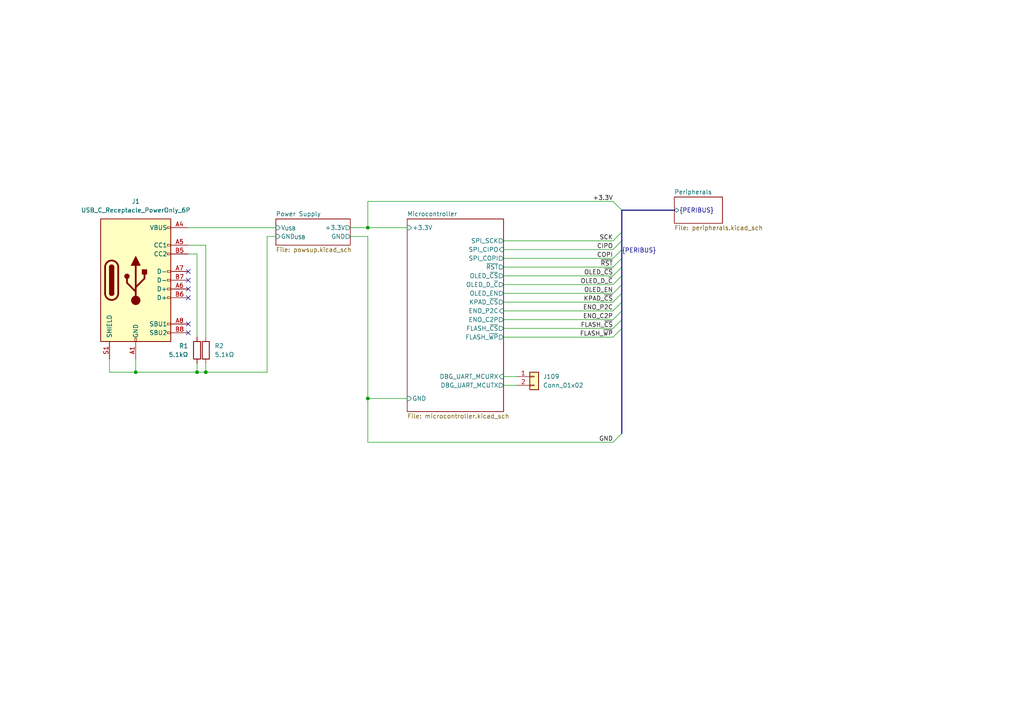
<source format=kicad_sch>
(kicad_sch (version 20230121) (generator eeschema)
  (paper "A4")
  (lib_symbols
    (symbol "Connector:USB_C_Receptacle_USB2.0" (pin_names (offset 1.016))
      (property "Reference" "J" (at -10.16 19.05 0))
      (property "Value" "USB_C_Receptacle_USB2.0" (at 19.05 19.05 0))
      (symbol "USB_C_Receptacle_USB2.0_0_0"
        (rectangle (start -0.254 -17.78) (end 0.254 -16.764))
        (rectangle (start 10.16 -14.986) (end 9.144 -15.494))
        (rectangle (start 10.16 -12.446) (end 9.144 -12.954))
        (rectangle (start 10.16 -4.826) (end 9.144 -5.334))
        (rectangle (start 10.16 -2.286) (end 9.144 -2.794))
        (rectangle (start 10.16 0.254) (end 9.144 -0.254))
        (rectangle (start 10.16 2.794) (end 9.144 2.286))
        (rectangle (start 10.16 7.874) (end 9.144 7.366))
        (rectangle (start 10.16 10.414) (end 9.144 9.906))
        (rectangle (start 10.16 15.494) (end 9.144 14.986))
      )
      (symbol "USB_C_Receptacle_USB2.0_0_1"
        (rectangle (start -10.16 17.78) (end 10.16 -17.78) (stroke (width 0.254)) (fill (type background)))
        (arc (start -8.89 -3.81) (mid -6.985 -5.7067) (end -5.08 -3.81) (stroke (width 0.508)))
        (arc (start -7.62 -3.81) (mid -6.985 -4.4423) (end -6.35 -3.81) (stroke (width 0.254)))
        (arc (start -7.62 -3.81) (mid -6.985 -4.4423) (end -6.35 -3.81) (stroke (width 0.254)) (fill (type outline)))
        (rectangle (start -7.62 -3.81) (end -6.35 3.81) (stroke (width 0.254)) (fill (type outline)))
        (arc (start -6.35 3.81) (mid -6.985 4.4423) (end -7.62 3.81) (stroke (width 0.254)))
        (arc (start -6.35 3.81) (mid -6.985 4.4423) (end -7.62 3.81) (stroke (width 0.254)) (fill (type outline)))
        (arc (start -5.08 3.81) (mid -6.985 5.7067) (end -8.89 3.81) (stroke (width 0.508)))
        (circle (center -2.54 1.143) (radius 0.635) (stroke (width 0.254)) (fill (type outline)))
        (circle (center 0 -5.842) (radius 1.27) (fill (type outline)))
        (polyline (pts (xy -8.89 -3.81) (xy -8.89 3.81)) (stroke (width 0.508)))
        (polyline (pts (xy -5.08 3.81) (xy -5.08 -3.81)) (stroke (width 0.508)))
        (polyline (pts (xy 0 -5.842) (xy 0 4.318)) (stroke (width 0.508)))
        (polyline (pts (xy 0 -3.302) (xy -2.54 -0.762) (xy -2.54 0.508)) (stroke (width 0.508)))
        (polyline (pts (xy 0 -2.032) (xy 2.54 0.508) (xy 2.54 1.778)) (stroke (width 0.508)))
        (polyline (pts (xy -1.27 4.318) (xy 0 6.858) (xy 1.27 4.318) (xy -1.27 4.318)) (stroke (width 0.254)) (fill (type outline)))
        (rectangle (start 1.905 1.778) (end 3.175 3.048) (stroke (width 0.254)) (fill (type outline)))
      )
      (symbol "USB_C_Receptacle_USB2.0_1_1"
        (pin passive line (at 0 -22.86 90) (length 5.08) (name "GND") (number "A1"))
        (pin passive line (at 0 -22.86 90) (length 5.08) hide (name "GND") (number "A12"))
        (pin passive line (at 15.24 15.24 180) (length 5.08) (name "VBUS") (number "A4"))
        (pin bidirectional line (at 15.24 10.16 180) (length 5.08) (name "CC1") (number "A5"))
        (pin bidirectional line (at 15.24 -2.54 180) (length 5.08) (name "D+") (number "A6"))
        (pin bidirectional line (at 15.24 2.54 180) (length 5.08) (name "D-") (number "A7"))
        (pin bidirectional line (at 15.24 -12.7 180) (length 5.08) (name "SBU1") (number "A8"))
        (pin passive line (at 15.24 15.24 180) (length 5.08) hide (name "VBUS") (number "A9"))
        (pin passive line (at 0 -22.86 90) (length 5.08) hide (name "GND") (number "B1"))
        (pin passive line (at 0 -22.86 90) (length 5.08) hide (name "GND") (number "B12"))
        (pin passive line (at 15.24 15.24 180) (length 5.08) hide (name "VBUS") (number "B4"))
        (pin bidirectional line (at 15.24 7.62 180) (length 5.08) (name "CC2") (number "B5"))
        (pin bidirectional line (at 15.24 -5.08 180) (length 5.08) (name "D+") (number "B6"))
        (pin bidirectional line (at 15.24 0 180) (length 5.08) (name "D-") (number "B7"))
        (pin bidirectional line (at 15.24 -15.24 180) (length 5.08) (name "SBU2") (number "B8"))
        (pin passive line (at 15.24 15.24 180) (length 5.08) hide (name "VBUS") (number "B9"))
        (pin passive line (at -7.62 -22.86 90) (length 5.08) (name "SHIELD") (number "S1"))
      )
    )
    (symbol "Connector_Generic:Conn_01x02" (pin_names (offset 1.016) hide)
      (property "Reference" "J" (at 0 2.54 0))
      (property "Value" "Conn_01x02" (at 0 -5.08 0))
      (symbol "Conn_01x02_1_1"
        (rectangle (start -1.27 -2.413) (end 0 -2.667) (stroke (width 0.1524)))
        (rectangle (start -1.27 0.127) (end 0 -0.127) (stroke (width 0.1524)))
        (rectangle (start -1.27 1.27) (end 1.27 -3.81) (stroke (width 0.254)) (fill (type background)))
        (pin passive line (at -5.08 0 0) (length 3.81) (name "Pin_1") (number "1"))
        (pin passive line (at -5.08 -2.54 0) (length 3.81) (name "Pin_2") (number "2"))
      )
    )
    (symbol "Device:R" (pin_numbers hide) (pin_names (offset 0))
      (property "Reference" "R" (at 2.032 0 90))
      (property "Value" "R" (at 0 0 90))
      (symbol "R_0_1"
        (rectangle (start -1.016 -2.54) (end 1.016 2.54) (stroke (width 0.254)))
      )
      (symbol "R_1_1"
        (pin passive line (at 0 3.81 270) (length 1.27) (name "~") (number "1"))
        (pin passive line (at 0 -3.81 90) (length 1.27) (name "~") (number "2"))
      )
    )
  )
  (junction (at 106.68 66.04))
  (junction (at 59.69 107.95))
  (junction (at 57.15 107.95))
  (junction (at 106.68 115.57))
  (junction (at 39.37 107.95))
  (no_connect (at 54.61 81.28))
  (no_connect (at 54.61 93.98))
  (no_connect (at 54.61 78.74))
  (no_connect (at 54.61 96.52))
  (no_connect (at 54.61 83.82))
  (no_connect (at 54.61 86.36))
  (bus_entry (at 180.34 77.47) (size -2.54 2.54))
  (bus_entry (at 180.34 80.01) (size -2.54 2.54))
  (bus_entry (at 180.34 87.63) (size -2.54 2.54))
  (bus_entry (at 180.34 85.09) (size -2.54 2.54))
  (bus_entry (at 180.34 125.73) (size -2.54 2.54))
  (bus_entry (at 180.34 95.25) (size -2.54 2.54))
  (bus_entry (at 180.34 92.71) (size -2.54 2.54))
  (bus_entry (at 180.34 69.85) (size -2.54 2.54))
  (bus_entry (at 180.34 90.17) (size -2.54 2.54))
  (bus_entry (at 180.34 82.55) (size -2.54 2.54))
  (bus_entry (at 180.34 72.39) (size -2.54 2.54))
  (bus_entry (at 180.34 74.93) (size -2.54 2.54))
  (bus_entry (at 180.34 67.31) (size -2.54 2.54))
  (bus_entry (at 180.34 60.96) (size -2.54 -2.54))
  (wire (pts (xy 54.61 66.04) (xy 80.01 66.04)))
  (wire (pts (xy 146.05 95.25) (xy 177.8 95.25)))
  (wire (pts (xy 57.15 73.66) (xy 57.15 97.79)))
  (wire (pts (xy 106.68 58.42) (xy 177.8 58.42)))
  (bus (pts (xy 195.58 60.96) (xy 180.34 60.96)))
  (bus (pts (xy 180.34 90.17) (xy 180.34 92.71)))
  (wire (pts (xy 106.68 115.57) (xy 118.11 115.57)))
  (wire (pts (xy 106.68 66.04) (xy 118.11 66.04)))
  (wire (pts (xy 146.05 80.01) (xy 177.8 80.01)))
  (bus (pts (xy 180.34 85.09) (xy 180.34 87.63)))
  (wire (pts (xy 31.75 107.95) (xy 39.37 107.95)))
  (wire (pts (xy 146.05 87.63) (xy 177.8 87.63)))
  (wire (pts (xy 146.05 92.71) (xy 177.8 92.71)))
  (wire (pts (xy 146.05 82.55) (xy 177.8 82.55)))
  (bus (pts (xy 180.34 92.71) (xy 180.34 95.25)))
  (bus (pts (xy 180.34 74.93) (xy 180.34 77.47)))
  (wire (pts (xy 31.75 107.95) (xy 31.75 104.14)))
  (wire (pts (xy 146.05 85.09) (xy 177.8 85.09)))
  (wire (pts (xy 39.37 107.95) (xy 57.15 107.95)))
  (wire (pts (xy 54.61 73.66) (xy 57.15 73.66)))
  (wire (pts (xy 146.05 111.76) (xy 149.86 111.76)))
  (wire (pts (xy 106.68 128.27) (xy 177.8 128.27)))
  (wire (pts (xy 54.61 71.12) (xy 59.69 71.12)))
  (bus (pts (xy 180.34 60.96) (xy 180.34 67.31)))
  (wire (pts (xy 146.05 77.47) (xy 177.8 77.47)))
  (wire (pts (xy 146.05 90.17) (xy 177.8 90.17)))
  (wire (pts (xy 106.68 66.04) (xy 106.68 58.42)))
  (wire (pts (xy 106.68 68.58) (xy 106.68 115.57)))
  (wire (pts (xy 101.6 66.04) (xy 106.68 66.04)))
  (bus (pts (xy 180.34 80.01) (xy 180.34 82.55)))
  (wire (pts (xy 39.37 107.95) (xy 39.37 104.14)))
  (wire (pts (xy 77.47 68.58) (xy 80.01 68.58)))
  (wire (pts (xy 59.69 105.41) (xy 59.69 107.95)))
  (wire (pts (xy 77.47 107.95) (xy 77.47 68.58)))
  (bus (pts (xy 180.34 72.39) (xy 180.34 74.93)))
  (wire (pts (xy 146.05 69.85) (xy 177.8 69.85)))
  (wire (pts (xy 146.05 72.39) (xy 177.8 72.39)))
  (bus (pts (xy 180.34 69.85) (xy 180.34 72.39)))
  (wire (pts (xy 57.15 107.95) (xy 59.69 107.95)))
  (bus (pts (xy 180.34 95.25) (xy 180.34 125.73)))
  (wire (pts (xy 59.69 107.95) (xy 77.47 107.95)))
  (wire (pts (xy 146.05 109.22) (xy 149.86 109.22)))
  (bus (pts (xy 180.34 87.63) (xy 180.34 90.17)))
  (wire (pts (xy 101.6 68.58) (xy 106.68 68.58)))
  (bus (pts (xy 180.34 67.31) (xy 180.34 69.85)))
  (wire (pts (xy 59.69 71.12) (xy 59.69 97.79)))
  (wire (pts (xy 146.05 97.79) (xy 177.8 97.79)))
  (bus (pts (xy 180.34 77.47) (xy 180.34 80.01)))
  (wire (pts (xy 57.15 105.41) (xy 57.15 107.95)))
  (bus (pts (xy 180.34 82.55) (xy 180.34 85.09)))
  (wire (pts (xy 106.68 128.27) (xy 106.68 115.57)))
  (wire (pts (xy 146.05 74.93) (xy 177.8 74.93)))
  (label "OLED_~{CS}" (at 177.8 80.01 180))
  (label "~{RST}" (at 177.8 77.47 180))
  (label "CIPO" (at 177.8 72.39 180))
  (label "KPAD_~{CS}" (at 177.8 87.63 180))
  (label "GND" (at 177.8 128.27 180))
  (label "FLASH_~{WP}" (at 177.8 97.79 180))
  (label "+3.3V" (at 177.8 58.42 180))
  (label "OLED_EN" (at 177.8 85.09 180))
  (label "FLASH_~{CS}" (at 177.8 95.25 180))
  (label "COPI" (at 177.8 74.93 180))
  (label "OLED_D_~{C}" (at 177.8 82.55 180))
  (label "ENO_P2C" (at 177.8 90.17 180))
  (label "{PERIBUS}" (at 180.34 73.66 0))
  (label "SCK" (at 177.8 69.85 180))
  (label "ENO_C2P" (at 177.8 92.71 180))
  (symbol (lib_id "Connector:USB_C_Receptacle_USB2.0") (at 39.37 81.28 0) (unit 1)
    (property "Reference" "J1" (at 39.37 58.42 0))
    (property "Value" "USB_C_Receptacle_PowerOnly_6P" (at 39.37 60.96 0))
    (property "Footprint" "Connector_USB:USB_C_Receptacle_HRO_TYPE-C-31-M-12" (effects hide))
    (property "Datasheet" "https://www.usb.org/sites/default/files/documents/usb_type-c.zip" (effects hide))
  )
  (symbol (lib_id "Device:R") (at 59.69 101.6 0) (unit 1)
    (property "Reference" "R2" (at 62.23 100.33 0) (effects (justify left)))
    (property "Value" "5.1kΩ" (at 62.23 102.87 0) (effects (justify left)))
    (property "Footprint" "Resistor_SMD:R_0402_1005Metric" (effects hide))
  )
  (symbol (lib_id "Connector_Generic:Conn_01x02") (at 154.94 109.22 0) (unit 1)
    (property "Reference" "J109" (at 157.48 109.22 0) (effects (justify left)))
    (property "Value" "Conn_01x02" (at 157.48 111.76 0) (effects (justify left)))
    (property "Footprint" "Connector_PinHeader_2.54mm:PinHeader_1x02_P2.54mm_Vertical_SMD_Pin1Left" (effects hide))
  )
  (symbol (lib_id "Device:R") (at 57.15 101.6 0) (mirror y) (unit 1)
    (property "Reference" "R1" (at 54.61 100.33 0) (effects (justify left)))
    (property "Value" "5.1kΩ" (at 54.61 102.87 0) (effects (justify left)))
    (property "Footprint" "Resistor_SMD:R_0402_1005Metric" (effects hide))
  )
  (sheet (at 118.11 63.5) (size 27.94 55.88) (stroke (width 0.1524))
    (property "Sheetname" "Microcontroller" (at 118.11 62.7884 0) (effects (justify left bottom)))
    (property "Sheetfile" "microcontroller.kicad_sch" (at 118.11 119.9646 0) (effects (justify left top)))
    (pin "GND" input (at 118.11 115.57 180))
    (pin "+3.3V" input (at 118.11 66.04 180))
    (pin "OLED_~{CS}" output (at 146.05 80.01 0))
    (pin "DBG_UART_MCUTX" output (at 146.05 111.76 0))
    (pin "DBG_UART_MCURX" input (at 146.05 109.22 0))
    (pin "OLED_D_~{C}" output (at 146.05 82.55 0))
    (pin "OLED_EN" output (at 146.05 85.09 0))
    (pin "KPAD_~{CS}" output (at 146.05 87.63 0))
    (pin "FLASH_~{CS}" output (at 146.05 95.25 0))
    (pin "FLASH_~{WP}" output (at 146.05 97.79 0))
    (pin "SPI_COPI" output (at 146.05 74.93 0))
    (pin "SPI_CIPO" input (at 146.05 72.39 0))
    (pin "SPI_SCK" output (at 146.05 69.85 0))
    (pin "ENO_C2P" output (at 146.05 92.71 0))
    (pin "ENO_P2C" input (at 146.05 90.17 0))
    (pin "~{RST}" output (at 146.05 77.47 0))
  )
  (sheet (at 80.01 63.5) (size 21.59 7.62) (stroke (width 0.1524))
    (property "Sheetname" "Power Supply" (at 80.01 62.7884 0) (effects (justify left bottom)))
    (property "Sheetfile" "powsup.kicad_sch" (at 80.01 71.7046 0) (effects (justify left top)))
    (pin "GND" output (at 101.6 68.58 0))
    (pin "V_{USB}" input (at 80.01 66.04 180))
    (pin "GND_{USB}" input (at 80.01 68.58 180))
    (pin "+3.3V" output (at 101.6 66.04 0))
  )
  (sheet (at 195.58 57.15) (size 13.97 7.62) (stroke (width 0.1524))
    (property "Sheetname" "Peripherals" (at 195.58 56.4384 0) (effects (justify left bottom)))
    (property "Sheetfile" "peripherals.kicad_sch" (at 195.58 65.3546 0) (effects (justify left top)))
    (pin "{PERIBUS}" bidirectional (at 195.58 60.96 180))
  )
)
</source>
